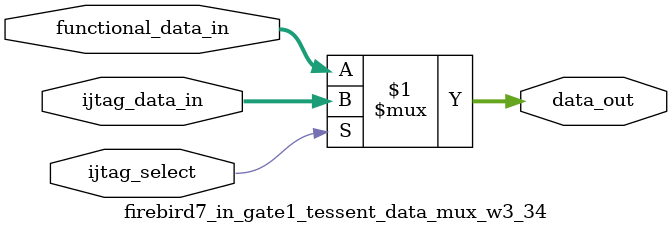
<source format=sv>

module firebird7_in_gate1_tessent_data_mux_w3_34 (
  input wire ijtag_select,
  input wire [2:0]  functional_data_in,
  input wire [2:0]  ijtag_data_in,
  output wire [2:0] data_out
);
assign data_out = (ijtag_select) ? ijtag_data_in : functional_data_in;
endmodule

</source>
